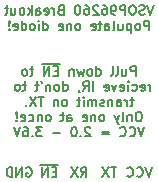
<source format=gbr>
%TF.GenerationSoftware,KiCad,Pcbnew,(5.99.0-10558-ge4ac0fb5a1)*%
%TF.CreationDate,2021-10-01T15:24:51+01:00*%
%TF.ProjectId,vsop-breakout,76736f70-2d62-4726-9561-6b6f75742e6b,rev?*%
%TF.SameCoordinates,Original*%
%TF.FileFunction,Legend,Bot*%
%TF.FilePolarity,Positive*%
%FSLAX46Y46*%
G04 Gerber Fmt 4.6, Leading zero omitted, Abs format (unit mm)*
G04 Created by KiCad (PCBNEW (5.99.0-10558-ge4ac0fb5a1)) date 2021-10-01 15:24:51*
%MOMM*%
%LPD*%
G01*
G04 APERTURE LIST*
%ADD10C,0.150000*%
G04 APERTURE END LIST*
D10*
X169976666Y-135886904D02*
X169710000Y-136686904D01*
X169443333Y-135886904D01*
X168719523Y-136610714D02*
X168757619Y-136648809D01*
X168871904Y-136686904D01*
X168948095Y-136686904D01*
X169062380Y-136648809D01*
X169138571Y-136572619D01*
X169176666Y-136496428D01*
X169214761Y-136344047D01*
X169214761Y-136229761D01*
X169176666Y-136077380D01*
X169138571Y-136001190D01*
X169062380Y-135925000D01*
X168948095Y-135886904D01*
X168871904Y-135886904D01*
X168757619Y-135925000D01*
X168719523Y-135963095D01*
X167919523Y-136610714D02*
X167957619Y-136648809D01*
X168071904Y-136686904D01*
X168148095Y-136686904D01*
X168262380Y-136648809D01*
X168338571Y-136572619D01*
X168376666Y-136496428D01*
X168414761Y-136344047D01*
X168414761Y-136229761D01*
X168376666Y-136077380D01*
X168338571Y-136001190D01*
X168262380Y-135925000D01*
X168148095Y-135886904D01*
X168071904Y-135886904D01*
X167957619Y-135925000D01*
X167919523Y-135963095D01*
X163963333Y-136686904D02*
X164230000Y-136305952D01*
X164420476Y-136686904D02*
X164420476Y-135886904D01*
X164115714Y-135886904D01*
X164039523Y-135925000D01*
X164001428Y-135963095D01*
X163963333Y-136039285D01*
X163963333Y-136153571D01*
X164001428Y-136229761D01*
X164039523Y-136267857D01*
X164115714Y-136305952D01*
X164420476Y-136305952D01*
X163696666Y-135886904D02*
X163163333Y-136686904D01*
X163163333Y-135886904D02*
X163696666Y-136686904D01*
X166979523Y-135886904D02*
X166522380Y-135886904D01*
X166750952Y-136686904D02*
X166750952Y-135886904D01*
X166331904Y-135886904D02*
X165798571Y-136686904D01*
X165798571Y-135886904D02*
X166331904Y-136686904D01*
X162070952Y-135661000D02*
X161347142Y-135661000D01*
X161880476Y-136267857D02*
X161613809Y-136267857D01*
X161499523Y-136686904D02*
X161880476Y-136686904D01*
X161880476Y-135886904D01*
X161499523Y-135886904D01*
X161347142Y-135661000D02*
X160509047Y-135661000D01*
X161156666Y-136686904D02*
X161156666Y-135886904D01*
X160699523Y-136686904D01*
X160699523Y-135886904D01*
X159359523Y-135925000D02*
X159435714Y-135886904D01*
X159550000Y-135886904D01*
X159664285Y-135925000D01*
X159740476Y-136001190D01*
X159778571Y-136077380D01*
X159816666Y-136229761D01*
X159816666Y-136344047D01*
X159778571Y-136496428D01*
X159740476Y-136572619D01*
X159664285Y-136648809D01*
X159550000Y-136686904D01*
X159473809Y-136686904D01*
X159359523Y-136648809D01*
X159321428Y-136610714D01*
X159321428Y-136344047D01*
X159473809Y-136344047D01*
X158978571Y-136686904D02*
X158978571Y-135886904D01*
X158521428Y-136686904D01*
X158521428Y-135886904D01*
X158140476Y-136686904D02*
X158140476Y-135886904D01*
X157950000Y-135886904D01*
X157835714Y-135925000D01*
X157759523Y-136001190D01*
X157721428Y-136077380D01*
X157683333Y-136229761D01*
X157683333Y-136344047D01*
X157721428Y-136496428D01*
X157759523Y-136572619D01*
X157835714Y-136648809D01*
X157950000Y-136686904D01*
X158140476Y-136686904D01*
X170134761Y-122171904D02*
X169868095Y-122971904D01*
X169601428Y-122171904D01*
X169372857Y-122933809D02*
X169258571Y-122971904D01*
X169068095Y-122971904D01*
X168991904Y-122933809D01*
X168953809Y-122895714D01*
X168915714Y-122819523D01*
X168915714Y-122743333D01*
X168953809Y-122667142D01*
X168991904Y-122629047D01*
X169068095Y-122590952D01*
X169220476Y-122552857D01*
X169296666Y-122514761D01*
X169334761Y-122476666D01*
X169372857Y-122400476D01*
X169372857Y-122324285D01*
X169334761Y-122248095D01*
X169296666Y-122210000D01*
X169220476Y-122171904D01*
X169030000Y-122171904D01*
X168915714Y-122210000D01*
X168420476Y-122171904D02*
X168268095Y-122171904D01*
X168191904Y-122210000D01*
X168115714Y-122286190D01*
X168077619Y-122438571D01*
X168077619Y-122705238D01*
X168115714Y-122857619D01*
X168191904Y-122933809D01*
X168268095Y-122971904D01*
X168420476Y-122971904D01*
X168496666Y-122933809D01*
X168572857Y-122857619D01*
X168610952Y-122705238D01*
X168610952Y-122438571D01*
X168572857Y-122286190D01*
X168496666Y-122210000D01*
X168420476Y-122171904D01*
X167734761Y-122971904D02*
X167734761Y-122171904D01*
X167430000Y-122171904D01*
X167353809Y-122210000D01*
X167315714Y-122248095D01*
X167277619Y-122324285D01*
X167277619Y-122438571D01*
X167315714Y-122514761D01*
X167353809Y-122552857D01*
X167430000Y-122590952D01*
X167734761Y-122590952D01*
X166896666Y-122971904D02*
X166744285Y-122971904D01*
X166668095Y-122933809D01*
X166630000Y-122895714D01*
X166553809Y-122781428D01*
X166515714Y-122629047D01*
X166515714Y-122324285D01*
X166553809Y-122248095D01*
X166591904Y-122210000D01*
X166668095Y-122171904D01*
X166820476Y-122171904D01*
X166896666Y-122210000D01*
X166934761Y-122248095D01*
X166972857Y-122324285D01*
X166972857Y-122514761D01*
X166934761Y-122590952D01*
X166896666Y-122629047D01*
X166820476Y-122667142D01*
X166668095Y-122667142D01*
X166591904Y-122629047D01*
X166553809Y-122590952D01*
X166515714Y-122514761D01*
X165830000Y-122171904D02*
X165982380Y-122171904D01*
X166058571Y-122210000D01*
X166096666Y-122248095D01*
X166172857Y-122362380D01*
X166210952Y-122514761D01*
X166210952Y-122819523D01*
X166172857Y-122895714D01*
X166134761Y-122933809D01*
X166058571Y-122971904D01*
X165906190Y-122971904D01*
X165830000Y-122933809D01*
X165791904Y-122895714D01*
X165753809Y-122819523D01*
X165753809Y-122629047D01*
X165791904Y-122552857D01*
X165830000Y-122514761D01*
X165906190Y-122476666D01*
X166058571Y-122476666D01*
X166134761Y-122514761D01*
X166172857Y-122552857D01*
X166210952Y-122629047D01*
X165449047Y-122248095D02*
X165410952Y-122210000D01*
X165334761Y-122171904D01*
X165144285Y-122171904D01*
X165068095Y-122210000D01*
X165030000Y-122248095D01*
X164991904Y-122324285D01*
X164991904Y-122400476D01*
X165030000Y-122514761D01*
X165487142Y-122971904D01*
X164991904Y-122971904D01*
X164306190Y-122171904D02*
X164458571Y-122171904D01*
X164534761Y-122210000D01*
X164572857Y-122248095D01*
X164649047Y-122362380D01*
X164687142Y-122514761D01*
X164687142Y-122819523D01*
X164649047Y-122895714D01*
X164610952Y-122933809D01*
X164534761Y-122971904D01*
X164382380Y-122971904D01*
X164306190Y-122933809D01*
X164268095Y-122895714D01*
X164230000Y-122819523D01*
X164230000Y-122629047D01*
X164268095Y-122552857D01*
X164306190Y-122514761D01*
X164382380Y-122476666D01*
X164534761Y-122476666D01*
X164610952Y-122514761D01*
X164649047Y-122552857D01*
X164687142Y-122629047D01*
X163734761Y-122171904D02*
X163658571Y-122171904D01*
X163582380Y-122210000D01*
X163544285Y-122248095D01*
X163506190Y-122324285D01*
X163468095Y-122476666D01*
X163468095Y-122667142D01*
X163506190Y-122819523D01*
X163544285Y-122895714D01*
X163582380Y-122933809D01*
X163658571Y-122971904D01*
X163734761Y-122971904D01*
X163810952Y-122933809D01*
X163849047Y-122895714D01*
X163887142Y-122819523D01*
X163925238Y-122667142D01*
X163925238Y-122476666D01*
X163887142Y-122324285D01*
X163849047Y-122248095D01*
X163810952Y-122210000D01*
X163734761Y-122171904D01*
X162249047Y-122552857D02*
X162134761Y-122590952D01*
X162096666Y-122629047D01*
X162058571Y-122705238D01*
X162058571Y-122819523D01*
X162096666Y-122895714D01*
X162134761Y-122933809D01*
X162210952Y-122971904D01*
X162515714Y-122971904D01*
X162515714Y-122171904D01*
X162249047Y-122171904D01*
X162172857Y-122210000D01*
X162134761Y-122248095D01*
X162096666Y-122324285D01*
X162096666Y-122400476D01*
X162134761Y-122476666D01*
X162172857Y-122514761D01*
X162249047Y-122552857D01*
X162515714Y-122552857D01*
X161715714Y-122971904D02*
X161715714Y-122438571D01*
X161715714Y-122590952D02*
X161677619Y-122514761D01*
X161639523Y-122476666D01*
X161563333Y-122438571D01*
X161487142Y-122438571D01*
X160915714Y-122933809D02*
X160991904Y-122971904D01*
X161144285Y-122971904D01*
X161220476Y-122933809D01*
X161258571Y-122857619D01*
X161258571Y-122552857D01*
X161220476Y-122476666D01*
X161144285Y-122438571D01*
X160991904Y-122438571D01*
X160915714Y-122476666D01*
X160877619Y-122552857D01*
X160877619Y-122629047D01*
X161258571Y-122705238D01*
X160191904Y-122971904D02*
X160191904Y-122552857D01*
X160230000Y-122476666D01*
X160306190Y-122438571D01*
X160458571Y-122438571D01*
X160534761Y-122476666D01*
X160191904Y-122933809D02*
X160268095Y-122971904D01*
X160458571Y-122971904D01*
X160534761Y-122933809D01*
X160572857Y-122857619D01*
X160572857Y-122781428D01*
X160534761Y-122705238D01*
X160458571Y-122667142D01*
X160268095Y-122667142D01*
X160191904Y-122629047D01*
X159810952Y-122971904D02*
X159810952Y-122171904D01*
X159734761Y-122667142D02*
X159506190Y-122971904D01*
X159506190Y-122438571D02*
X159810952Y-122743333D01*
X159049047Y-122971904D02*
X159125238Y-122933809D01*
X159163333Y-122895714D01*
X159201428Y-122819523D01*
X159201428Y-122590952D01*
X159163333Y-122514761D01*
X159125238Y-122476666D01*
X159049047Y-122438571D01*
X158934761Y-122438571D01*
X158858571Y-122476666D01*
X158820476Y-122514761D01*
X158782380Y-122590952D01*
X158782380Y-122819523D01*
X158820476Y-122895714D01*
X158858571Y-122933809D01*
X158934761Y-122971904D01*
X159049047Y-122971904D01*
X158096666Y-122438571D02*
X158096666Y-122971904D01*
X158439523Y-122438571D02*
X158439523Y-122857619D01*
X158401428Y-122933809D01*
X158325238Y-122971904D01*
X158210952Y-122971904D01*
X158134761Y-122933809D01*
X158096666Y-122895714D01*
X157830000Y-122438571D02*
X157525238Y-122438571D01*
X157715714Y-122171904D02*
X157715714Y-122857619D01*
X157677619Y-122933809D01*
X157601428Y-122971904D01*
X157525238Y-122971904D01*
X169753809Y-124259904D02*
X169753809Y-123459904D01*
X169449047Y-123459904D01*
X169372857Y-123498000D01*
X169334761Y-123536095D01*
X169296666Y-123612285D01*
X169296666Y-123726571D01*
X169334761Y-123802761D01*
X169372857Y-123840857D01*
X169449047Y-123878952D01*
X169753809Y-123878952D01*
X168839523Y-124259904D02*
X168915714Y-124221809D01*
X168953809Y-124183714D01*
X168991904Y-124107523D01*
X168991904Y-123878952D01*
X168953809Y-123802761D01*
X168915714Y-123764666D01*
X168839523Y-123726571D01*
X168725238Y-123726571D01*
X168649047Y-123764666D01*
X168610952Y-123802761D01*
X168572857Y-123878952D01*
X168572857Y-124107523D01*
X168610952Y-124183714D01*
X168649047Y-124221809D01*
X168725238Y-124259904D01*
X168839523Y-124259904D01*
X168230000Y-123726571D02*
X168230000Y-124526571D01*
X168230000Y-123764666D02*
X168153809Y-123726571D01*
X168001428Y-123726571D01*
X167925238Y-123764666D01*
X167887142Y-123802761D01*
X167849047Y-123878952D01*
X167849047Y-124107523D01*
X167887142Y-124183714D01*
X167925238Y-124221809D01*
X168001428Y-124259904D01*
X168153809Y-124259904D01*
X168230000Y-124221809D01*
X167163333Y-123726571D02*
X167163333Y-124259904D01*
X167506190Y-123726571D02*
X167506190Y-124145619D01*
X167468095Y-124221809D01*
X167391904Y-124259904D01*
X167277619Y-124259904D01*
X167201428Y-124221809D01*
X167163333Y-124183714D01*
X166668095Y-124259904D02*
X166744285Y-124221809D01*
X166782380Y-124145619D01*
X166782380Y-123459904D01*
X166020476Y-124259904D02*
X166020476Y-123840857D01*
X166058571Y-123764666D01*
X166134761Y-123726571D01*
X166287142Y-123726571D01*
X166363333Y-123764666D01*
X166020476Y-124221809D02*
X166096666Y-124259904D01*
X166287142Y-124259904D01*
X166363333Y-124221809D01*
X166401428Y-124145619D01*
X166401428Y-124069428D01*
X166363333Y-123993238D01*
X166287142Y-123955142D01*
X166096666Y-123955142D01*
X166020476Y-123917047D01*
X165753809Y-123726571D02*
X165449047Y-123726571D01*
X165639523Y-123459904D02*
X165639523Y-124145619D01*
X165601428Y-124221809D01*
X165525238Y-124259904D01*
X165449047Y-124259904D01*
X164877619Y-124221809D02*
X164953809Y-124259904D01*
X165106190Y-124259904D01*
X165182380Y-124221809D01*
X165220476Y-124145619D01*
X165220476Y-123840857D01*
X165182380Y-123764666D01*
X165106190Y-123726571D01*
X164953809Y-123726571D01*
X164877619Y-123764666D01*
X164839523Y-123840857D01*
X164839523Y-123917047D01*
X165220476Y-123993238D01*
X163772857Y-124259904D02*
X163849047Y-124221809D01*
X163887142Y-124183714D01*
X163925238Y-124107523D01*
X163925238Y-123878952D01*
X163887142Y-123802761D01*
X163849047Y-123764666D01*
X163772857Y-123726571D01*
X163658571Y-123726571D01*
X163582380Y-123764666D01*
X163544285Y-123802761D01*
X163506190Y-123878952D01*
X163506190Y-124107523D01*
X163544285Y-124183714D01*
X163582380Y-124221809D01*
X163658571Y-124259904D01*
X163772857Y-124259904D01*
X163163333Y-123726571D02*
X163163333Y-124259904D01*
X163163333Y-123802761D02*
X163125238Y-123764666D01*
X163049047Y-123726571D01*
X162934761Y-123726571D01*
X162858571Y-123764666D01*
X162820476Y-123840857D01*
X162820476Y-124259904D01*
X162134761Y-124221809D02*
X162210952Y-124259904D01*
X162363333Y-124259904D01*
X162439523Y-124221809D01*
X162477619Y-124145619D01*
X162477619Y-123840857D01*
X162439523Y-123764666D01*
X162363333Y-123726571D01*
X162210952Y-123726571D01*
X162134761Y-123764666D01*
X162096666Y-123840857D01*
X162096666Y-123917047D01*
X162477619Y-123993238D01*
X160801428Y-124259904D02*
X160801428Y-123459904D01*
X160801428Y-124221809D02*
X160877619Y-124259904D01*
X161030000Y-124259904D01*
X161106190Y-124221809D01*
X161144285Y-124183714D01*
X161182380Y-124107523D01*
X161182380Y-123878952D01*
X161144285Y-123802761D01*
X161106190Y-123764666D01*
X161030000Y-123726571D01*
X160877619Y-123726571D01*
X160801428Y-123764666D01*
X160420476Y-124259904D02*
X160420476Y-123726571D01*
X160420476Y-123459904D02*
X160458571Y-123498000D01*
X160420476Y-123536095D01*
X160382380Y-123498000D01*
X160420476Y-123459904D01*
X160420476Y-123536095D01*
X159925238Y-124259904D02*
X160001428Y-124221809D01*
X160039523Y-124183714D01*
X160077619Y-124107523D01*
X160077619Y-123878952D01*
X160039523Y-123802761D01*
X160001428Y-123764666D01*
X159925238Y-123726571D01*
X159810952Y-123726571D01*
X159734761Y-123764666D01*
X159696666Y-123802761D01*
X159658571Y-123878952D01*
X159658571Y-124107523D01*
X159696666Y-124183714D01*
X159734761Y-124221809D01*
X159810952Y-124259904D01*
X159925238Y-124259904D01*
X158972857Y-124259904D02*
X158972857Y-123459904D01*
X158972857Y-124221809D02*
X159049047Y-124259904D01*
X159201428Y-124259904D01*
X159277619Y-124221809D01*
X159315714Y-124183714D01*
X159353809Y-124107523D01*
X159353809Y-123878952D01*
X159315714Y-123802761D01*
X159277619Y-123764666D01*
X159201428Y-123726571D01*
X159049047Y-123726571D01*
X158972857Y-123764666D01*
X158287142Y-124221809D02*
X158363333Y-124259904D01*
X158515714Y-124259904D01*
X158591904Y-124221809D01*
X158630000Y-124145619D01*
X158630000Y-123840857D01*
X158591904Y-123764666D01*
X158515714Y-123726571D01*
X158363333Y-123726571D01*
X158287142Y-123764666D01*
X158249047Y-123840857D01*
X158249047Y-123917047D01*
X158630000Y-123993238D01*
X157906190Y-124183714D02*
X157868095Y-124221809D01*
X157906190Y-124259904D01*
X157944285Y-124221809D01*
X157906190Y-124183714D01*
X157906190Y-124259904D01*
X157906190Y-123955142D02*
X157944285Y-123498000D01*
X157906190Y-123459904D01*
X157868095Y-123498000D01*
X157906190Y-123955142D01*
X157906190Y-123459904D01*
X168610952Y-128123904D02*
X168610952Y-127323904D01*
X168306190Y-127323904D01*
X168230000Y-127362000D01*
X168191904Y-127400095D01*
X168153809Y-127476285D01*
X168153809Y-127590571D01*
X168191904Y-127666761D01*
X168230000Y-127704857D01*
X168306190Y-127742952D01*
X168610952Y-127742952D01*
X167468095Y-127590571D02*
X167468095Y-128123904D01*
X167810952Y-127590571D02*
X167810952Y-128009619D01*
X167772857Y-128085809D01*
X167696666Y-128123904D01*
X167582380Y-128123904D01*
X167506190Y-128085809D01*
X167468095Y-128047714D01*
X166972857Y-128123904D02*
X167049047Y-128085809D01*
X167087142Y-128009619D01*
X167087142Y-127323904D01*
X166553809Y-128123904D02*
X166630000Y-128085809D01*
X166668095Y-128009619D01*
X166668095Y-127323904D01*
X165296666Y-128123904D02*
X165296666Y-127323904D01*
X165296666Y-128085809D02*
X165372857Y-128123904D01*
X165525238Y-128123904D01*
X165601428Y-128085809D01*
X165639523Y-128047714D01*
X165677619Y-127971523D01*
X165677619Y-127742952D01*
X165639523Y-127666761D01*
X165601428Y-127628666D01*
X165525238Y-127590571D01*
X165372857Y-127590571D01*
X165296666Y-127628666D01*
X164801428Y-128123904D02*
X164877619Y-128085809D01*
X164915714Y-128047714D01*
X164953809Y-127971523D01*
X164953809Y-127742952D01*
X164915714Y-127666761D01*
X164877619Y-127628666D01*
X164801428Y-127590571D01*
X164687142Y-127590571D01*
X164610952Y-127628666D01*
X164572857Y-127666761D01*
X164534761Y-127742952D01*
X164534761Y-127971523D01*
X164572857Y-128047714D01*
X164610952Y-128085809D01*
X164687142Y-128123904D01*
X164801428Y-128123904D01*
X164268095Y-127590571D02*
X164115714Y-128123904D01*
X163963333Y-127742952D01*
X163810952Y-128123904D01*
X163658571Y-127590571D01*
X163353809Y-127590571D02*
X163353809Y-128123904D01*
X163353809Y-127666761D02*
X163315714Y-127628666D01*
X163239523Y-127590571D01*
X163125238Y-127590571D01*
X163049047Y-127628666D01*
X163010952Y-127704857D01*
X163010952Y-128123904D01*
X162210952Y-127098000D02*
X161487142Y-127098000D01*
X162020476Y-127704857D02*
X161753809Y-127704857D01*
X161639523Y-128123904D02*
X162020476Y-128123904D01*
X162020476Y-127323904D01*
X161639523Y-127323904D01*
X161487142Y-127098000D02*
X160649047Y-127098000D01*
X161296666Y-128123904D02*
X161296666Y-127323904D01*
X160839523Y-128123904D01*
X160839523Y-127323904D01*
X159963333Y-127590571D02*
X159658571Y-127590571D01*
X159849047Y-127323904D02*
X159849047Y-128009619D01*
X159810952Y-128085809D01*
X159734761Y-128123904D01*
X159658571Y-128123904D01*
X159277619Y-128123904D02*
X159353809Y-128085809D01*
X159391904Y-128047714D01*
X159430000Y-127971523D01*
X159430000Y-127742952D01*
X159391904Y-127666761D01*
X159353809Y-127628666D01*
X159277619Y-127590571D01*
X159163333Y-127590571D01*
X159087142Y-127628666D01*
X159049047Y-127666761D01*
X159010952Y-127742952D01*
X159010952Y-127971523D01*
X159049047Y-128047714D01*
X159087142Y-128085809D01*
X159163333Y-128123904D01*
X159277619Y-128123904D01*
X169849047Y-129411904D02*
X169849047Y-128878571D01*
X169849047Y-129030952D02*
X169810952Y-128954761D01*
X169772857Y-128916666D01*
X169696666Y-128878571D01*
X169620476Y-128878571D01*
X169049047Y-129373809D02*
X169125238Y-129411904D01*
X169277619Y-129411904D01*
X169353809Y-129373809D01*
X169391904Y-129297619D01*
X169391904Y-128992857D01*
X169353809Y-128916666D01*
X169277619Y-128878571D01*
X169125238Y-128878571D01*
X169049047Y-128916666D01*
X169010952Y-128992857D01*
X169010952Y-129069047D01*
X169391904Y-129145238D01*
X168325238Y-129373809D02*
X168401428Y-129411904D01*
X168553809Y-129411904D01*
X168630000Y-129373809D01*
X168668095Y-129335714D01*
X168706190Y-129259523D01*
X168706190Y-129030952D01*
X168668095Y-128954761D01*
X168630000Y-128916666D01*
X168553809Y-128878571D01*
X168401428Y-128878571D01*
X168325238Y-128916666D01*
X167982380Y-129411904D02*
X167982380Y-128878571D01*
X167982380Y-128611904D02*
X168020476Y-128650000D01*
X167982380Y-128688095D01*
X167944285Y-128650000D01*
X167982380Y-128611904D01*
X167982380Y-128688095D01*
X167296666Y-129373809D02*
X167372857Y-129411904D01*
X167525238Y-129411904D01*
X167601428Y-129373809D01*
X167639523Y-129297619D01*
X167639523Y-128992857D01*
X167601428Y-128916666D01*
X167525238Y-128878571D01*
X167372857Y-128878571D01*
X167296666Y-128916666D01*
X167258571Y-128992857D01*
X167258571Y-129069047D01*
X167639523Y-129145238D01*
X166991904Y-128878571D02*
X166801428Y-129411904D01*
X166610952Y-128878571D01*
X166001428Y-129373809D02*
X166077619Y-129411904D01*
X166230000Y-129411904D01*
X166306190Y-129373809D01*
X166344285Y-129297619D01*
X166344285Y-128992857D01*
X166306190Y-128916666D01*
X166230000Y-128878571D01*
X166077619Y-128878571D01*
X166001428Y-128916666D01*
X165963333Y-128992857D01*
X165963333Y-129069047D01*
X166344285Y-129145238D01*
X165010952Y-129411904D02*
X165010952Y-128611904D01*
X164172857Y-129411904D02*
X164439523Y-129030952D01*
X164630000Y-129411904D02*
X164630000Y-128611904D01*
X164325238Y-128611904D01*
X164249047Y-128650000D01*
X164210952Y-128688095D01*
X164172857Y-128764285D01*
X164172857Y-128878571D01*
X164210952Y-128954761D01*
X164249047Y-128992857D01*
X164325238Y-129030952D01*
X164630000Y-129030952D01*
X163791904Y-129373809D02*
X163791904Y-129411904D01*
X163830000Y-129488095D01*
X163868095Y-129526190D01*
X162496666Y-129411904D02*
X162496666Y-128611904D01*
X162496666Y-129373809D02*
X162572857Y-129411904D01*
X162725238Y-129411904D01*
X162801428Y-129373809D01*
X162839523Y-129335714D01*
X162877619Y-129259523D01*
X162877619Y-129030952D01*
X162839523Y-128954761D01*
X162801428Y-128916666D01*
X162725238Y-128878571D01*
X162572857Y-128878571D01*
X162496666Y-128916666D01*
X162001428Y-129411904D02*
X162077619Y-129373809D01*
X162115714Y-129335714D01*
X162153809Y-129259523D01*
X162153809Y-129030952D01*
X162115714Y-128954761D01*
X162077619Y-128916666D01*
X162001428Y-128878571D01*
X161887142Y-128878571D01*
X161810952Y-128916666D01*
X161772857Y-128954761D01*
X161734761Y-129030952D01*
X161734761Y-129259523D01*
X161772857Y-129335714D01*
X161810952Y-129373809D01*
X161887142Y-129411904D01*
X162001428Y-129411904D01*
X161391904Y-128878571D02*
X161391904Y-129411904D01*
X161391904Y-128954761D02*
X161353809Y-128916666D01*
X161277619Y-128878571D01*
X161163333Y-128878571D01*
X161087142Y-128916666D01*
X161049047Y-128992857D01*
X161049047Y-129411904D01*
X160630000Y-128611904D02*
X160706190Y-128764285D01*
X160401428Y-128878571D02*
X160096666Y-128878571D01*
X160287142Y-128611904D02*
X160287142Y-129297619D01*
X160249047Y-129373809D01*
X160172857Y-129411904D01*
X160096666Y-129411904D01*
X159334761Y-128878571D02*
X159030000Y-128878571D01*
X159220476Y-128611904D02*
X159220476Y-129297619D01*
X159182380Y-129373809D01*
X159106190Y-129411904D01*
X159030000Y-129411904D01*
X158649047Y-129411904D02*
X158725238Y-129373809D01*
X158763333Y-129335714D01*
X158801428Y-129259523D01*
X158801428Y-129030952D01*
X158763333Y-128954761D01*
X158725238Y-128916666D01*
X158649047Y-128878571D01*
X158534761Y-128878571D01*
X158458571Y-128916666D01*
X158420476Y-128954761D01*
X158382380Y-129030952D01*
X158382380Y-129259523D01*
X158420476Y-129335714D01*
X158458571Y-129373809D01*
X158534761Y-129411904D01*
X158649047Y-129411904D01*
X168439523Y-130166571D02*
X168134761Y-130166571D01*
X168325238Y-129899904D02*
X168325238Y-130585619D01*
X168287142Y-130661809D01*
X168210952Y-130699904D01*
X168134761Y-130699904D01*
X167868095Y-130699904D02*
X167868095Y-130166571D01*
X167868095Y-130318952D02*
X167830000Y-130242761D01*
X167791904Y-130204666D01*
X167715714Y-130166571D01*
X167639523Y-130166571D01*
X167030000Y-130699904D02*
X167030000Y-130280857D01*
X167068095Y-130204666D01*
X167144285Y-130166571D01*
X167296666Y-130166571D01*
X167372857Y-130204666D01*
X167030000Y-130661809D02*
X167106190Y-130699904D01*
X167296666Y-130699904D01*
X167372857Y-130661809D01*
X167410952Y-130585619D01*
X167410952Y-130509428D01*
X167372857Y-130433238D01*
X167296666Y-130395142D01*
X167106190Y-130395142D01*
X167030000Y-130357047D01*
X166649047Y-130166571D02*
X166649047Y-130699904D01*
X166649047Y-130242761D02*
X166610952Y-130204666D01*
X166534761Y-130166571D01*
X166420476Y-130166571D01*
X166344285Y-130204666D01*
X166306190Y-130280857D01*
X166306190Y-130699904D01*
X165963333Y-130661809D02*
X165887142Y-130699904D01*
X165734761Y-130699904D01*
X165658571Y-130661809D01*
X165620476Y-130585619D01*
X165620476Y-130547523D01*
X165658571Y-130471333D01*
X165734761Y-130433238D01*
X165849047Y-130433238D01*
X165925238Y-130395142D01*
X165963333Y-130318952D01*
X165963333Y-130280857D01*
X165925238Y-130204666D01*
X165849047Y-130166571D01*
X165734761Y-130166571D01*
X165658571Y-130204666D01*
X165277619Y-130699904D02*
X165277619Y-130166571D01*
X165277619Y-130242761D02*
X165239523Y-130204666D01*
X165163333Y-130166571D01*
X165049047Y-130166571D01*
X164972857Y-130204666D01*
X164934761Y-130280857D01*
X164934761Y-130699904D01*
X164934761Y-130280857D02*
X164896666Y-130204666D01*
X164820476Y-130166571D01*
X164706190Y-130166571D01*
X164630000Y-130204666D01*
X164591904Y-130280857D01*
X164591904Y-130699904D01*
X164210952Y-130699904D02*
X164210952Y-130166571D01*
X164210952Y-129899904D02*
X164249047Y-129938000D01*
X164210952Y-129976095D01*
X164172857Y-129938000D01*
X164210952Y-129899904D01*
X164210952Y-129976095D01*
X163944285Y-130166571D02*
X163639523Y-130166571D01*
X163830000Y-129899904D02*
X163830000Y-130585619D01*
X163791904Y-130661809D01*
X163715714Y-130699904D01*
X163639523Y-130699904D01*
X162649047Y-130699904D02*
X162725238Y-130661809D01*
X162763333Y-130623714D01*
X162801428Y-130547523D01*
X162801428Y-130318952D01*
X162763333Y-130242761D01*
X162725238Y-130204666D01*
X162649047Y-130166571D01*
X162534761Y-130166571D01*
X162458571Y-130204666D01*
X162420476Y-130242761D01*
X162382380Y-130318952D01*
X162382380Y-130547523D01*
X162420476Y-130623714D01*
X162458571Y-130661809D01*
X162534761Y-130699904D01*
X162649047Y-130699904D01*
X162039523Y-130166571D02*
X162039523Y-130699904D01*
X162039523Y-130242761D02*
X162001428Y-130204666D01*
X161925238Y-130166571D01*
X161810952Y-130166571D01*
X161734761Y-130204666D01*
X161696666Y-130280857D01*
X161696666Y-130699904D01*
X160820476Y-129899904D02*
X160363333Y-129899904D01*
X160591904Y-130699904D02*
X160591904Y-129899904D01*
X160172857Y-129899904D02*
X159639523Y-130699904D01*
X159639523Y-129899904D02*
X160172857Y-130699904D01*
X159334761Y-130623714D02*
X159296666Y-130661809D01*
X159334761Y-130699904D01*
X159372857Y-130661809D01*
X159334761Y-130623714D01*
X159334761Y-130699904D01*
X168953809Y-131187904D02*
X168801428Y-131187904D01*
X168725238Y-131226000D01*
X168649047Y-131302190D01*
X168610952Y-131454571D01*
X168610952Y-131721238D01*
X168649047Y-131873619D01*
X168725238Y-131949809D01*
X168801428Y-131987904D01*
X168953809Y-131987904D01*
X169030000Y-131949809D01*
X169106190Y-131873619D01*
X169144285Y-131721238D01*
X169144285Y-131454571D01*
X169106190Y-131302190D01*
X169030000Y-131226000D01*
X168953809Y-131187904D01*
X168268095Y-131454571D02*
X168268095Y-131987904D01*
X168268095Y-131530761D02*
X168230000Y-131492666D01*
X168153809Y-131454571D01*
X168039523Y-131454571D01*
X167963333Y-131492666D01*
X167925238Y-131568857D01*
X167925238Y-131987904D01*
X167430000Y-131987904D02*
X167506190Y-131949809D01*
X167544285Y-131873619D01*
X167544285Y-131187904D01*
X167201428Y-131454571D02*
X167010952Y-131987904D01*
X166820476Y-131454571D02*
X167010952Y-131987904D01*
X167087142Y-132178380D01*
X167125238Y-132216476D01*
X167201428Y-132254571D01*
X165791904Y-131987904D02*
X165868095Y-131949809D01*
X165906190Y-131911714D01*
X165944285Y-131835523D01*
X165944285Y-131606952D01*
X165906190Y-131530761D01*
X165868095Y-131492666D01*
X165791904Y-131454571D01*
X165677619Y-131454571D01*
X165601428Y-131492666D01*
X165563333Y-131530761D01*
X165525238Y-131606952D01*
X165525238Y-131835523D01*
X165563333Y-131911714D01*
X165601428Y-131949809D01*
X165677619Y-131987904D01*
X165791904Y-131987904D01*
X165182380Y-131454571D02*
X165182380Y-131987904D01*
X165182380Y-131530761D02*
X165144285Y-131492666D01*
X165068095Y-131454571D01*
X164953809Y-131454571D01*
X164877619Y-131492666D01*
X164839523Y-131568857D01*
X164839523Y-131987904D01*
X164153809Y-131949809D02*
X164230000Y-131987904D01*
X164382380Y-131987904D01*
X164458571Y-131949809D01*
X164496666Y-131873619D01*
X164496666Y-131568857D01*
X164458571Y-131492666D01*
X164382380Y-131454571D01*
X164230000Y-131454571D01*
X164153809Y-131492666D01*
X164115714Y-131568857D01*
X164115714Y-131645047D01*
X164496666Y-131721238D01*
X162820476Y-131987904D02*
X162820476Y-131568857D01*
X162858571Y-131492666D01*
X162934761Y-131454571D01*
X163087142Y-131454571D01*
X163163333Y-131492666D01*
X162820476Y-131949809D02*
X162896666Y-131987904D01*
X163087142Y-131987904D01*
X163163333Y-131949809D01*
X163201428Y-131873619D01*
X163201428Y-131797428D01*
X163163333Y-131721238D01*
X163087142Y-131683142D01*
X162896666Y-131683142D01*
X162820476Y-131645047D01*
X162553809Y-131454571D02*
X162249047Y-131454571D01*
X162439523Y-131187904D02*
X162439523Y-131873619D01*
X162401428Y-131949809D01*
X162325238Y-131987904D01*
X162249047Y-131987904D01*
X161258571Y-131987904D02*
X161334761Y-131949809D01*
X161372857Y-131911714D01*
X161410952Y-131835523D01*
X161410952Y-131606952D01*
X161372857Y-131530761D01*
X161334761Y-131492666D01*
X161258571Y-131454571D01*
X161144285Y-131454571D01*
X161068095Y-131492666D01*
X161030000Y-131530761D01*
X160991904Y-131606952D01*
X160991904Y-131835523D01*
X161030000Y-131911714D01*
X161068095Y-131949809D01*
X161144285Y-131987904D01*
X161258571Y-131987904D01*
X160649047Y-131454571D02*
X160649047Y-131987904D01*
X160649047Y-131530761D02*
X160610952Y-131492666D01*
X160534761Y-131454571D01*
X160420476Y-131454571D01*
X160344285Y-131492666D01*
X160306190Y-131568857D01*
X160306190Y-131987904D01*
X159582380Y-131949809D02*
X159658571Y-131987904D01*
X159810952Y-131987904D01*
X159887142Y-131949809D01*
X159925238Y-131911714D01*
X159963333Y-131835523D01*
X159963333Y-131606952D01*
X159925238Y-131530761D01*
X159887142Y-131492666D01*
X159810952Y-131454571D01*
X159658571Y-131454571D01*
X159582380Y-131492666D01*
X158934761Y-131949809D02*
X159010952Y-131987904D01*
X159163333Y-131987904D01*
X159239523Y-131949809D01*
X159277619Y-131873619D01*
X159277619Y-131568857D01*
X159239523Y-131492666D01*
X159163333Y-131454571D01*
X159010952Y-131454571D01*
X158934761Y-131492666D01*
X158896666Y-131568857D01*
X158896666Y-131645047D01*
X159277619Y-131721238D01*
X158553809Y-131911714D02*
X158515714Y-131949809D01*
X158553809Y-131987904D01*
X158591904Y-131949809D01*
X158553809Y-131911714D01*
X158553809Y-131987904D01*
X158553809Y-131683142D02*
X158591904Y-131226000D01*
X158553809Y-131187904D01*
X158515714Y-131226000D01*
X158553809Y-131683142D01*
X158553809Y-131187904D01*
X169353809Y-132475904D02*
X169087142Y-133275904D01*
X168820476Y-132475904D01*
X168096666Y-133199714D02*
X168134761Y-133237809D01*
X168249047Y-133275904D01*
X168325238Y-133275904D01*
X168439523Y-133237809D01*
X168515714Y-133161619D01*
X168553809Y-133085428D01*
X168591904Y-132933047D01*
X168591904Y-132818761D01*
X168553809Y-132666380D01*
X168515714Y-132590190D01*
X168439523Y-132514000D01*
X168325238Y-132475904D01*
X168249047Y-132475904D01*
X168134761Y-132514000D01*
X168096666Y-132552095D01*
X167296666Y-133199714D02*
X167334761Y-133237809D01*
X167449047Y-133275904D01*
X167525238Y-133275904D01*
X167639523Y-133237809D01*
X167715714Y-133161619D01*
X167753809Y-133085428D01*
X167791904Y-132933047D01*
X167791904Y-132818761D01*
X167753809Y-132666380D01*
X167715714Y-132590190D01*
X167639523Y-132514000D01*
X167525238Y-132475904D01*
X167449047Y-132475904D01*
X167334761Y-132514000D01*
X167296666Y-132552095D01*
X166344285Y-132856857D02*
X165734761Y-132856857D01*
X165734761Y-133085428D02*
X166344285Y-133085428D01*
X164782380Y-132552095D02*
X164744285Y-132514000D01*
X164668095Y-132475904D01*
X164477619Y-132475904D01*
X164401428Y-132514000D01*
X164363333Y-132552095D01*
X164325238Y-132628285D01*
X164325238Y-132704476D01*
X164363333Y-132818761D01*
X164820476Y-133275904D01*
X164325238Y-133275904D01*
X163982380Y-133199714D02*
X163944285Y-133237809D01*
X163982380Y-133275904D01*
X164020476Y-133237809D01*
X163982380Y-133199714D01*
X163982380Y-133275904D01*
X163449047Y-132475904D02*
X163372857Y-132475904D01*
X163296666Y-132514000D01*
X163258571Y-132552095D01*
X163220476Y-132628285D01*
X163182380Y-132780666D01*
X163182380Y-132971142D01*
X163220476Y-133123523D01*
X163258571Y-133199714D01*
X163296666Y-133237809D01*
X163372857Y-133275904D01*
X163449047Y-133275904D01*
X163525238Y-133237809D01*
X163563333Y-133199714D01*
X163601428Y-133123523D01*
X163639523Y-132971142D01*
X163639523Y-132780666D01*
X163601428Y-132628285D01*
X163563333Y-132552095D01*
X163525238Y-132514000D01*
X163449047Y-132475904D01*
X162230000Y-132971142D02*
X161620476Y-132971142D01*
X160706190Y-132475904D02*
X160210952Y-132475904D01*
X160477619Y-132780666D01*
X160363333Y-132780666D01*
X160287142Y-132818761D01*
X160249047Y-132856857D01*
X160210952Y-132933047D01*
X160210952Y-133123523D01*
X160249047Y-133199714D01*
X160287142Y-133237809D01*
X160363333Y-133275904D01*
X160591904Y-133275904D01*
X160668095Y-133237809D01*
X160706190Y-133199714D01*
X159868095Y-133199714D02*
X159830000Y-133237809D01*
X159868095Y-133275904D01*
X159906190Y-133237809D01*
X159868095Y-133199714D01*
X159868095Y-133275904D01*
X159144285Y-132475904D02*
X159296666Y-132475904D01*
X159372857Y-132514000D01*
X159410952Y-132552095D01*
X159487142Y-132666380D01*
X159525238Y-132818761D01*
X159525238Y-133123523D01*
X159487142Y-133199714D01*
X159449047Y-133237809D01*
X159372857Y-133275904D01*
X159220476Y-133275904D01*
X159144285Y-133237809D01*
X159106190Y-133199714D01*
X159068095Y-133123523D01*
X159068095Y-132933047D01*
X159106190Y-132856857D01*
X159144285Y-132818761D01*
X159220476Y-132780666D01*
X159372857Y-132780666D01*
X159449047Y-132818761D01*
X159487142Y-132856857D01*
X159525238Y-132933047D01*
X158839523Y-132475904D02*
X158572857Y-133275904D01*
X158306190Y-132475904D01*
M02*

</source>
